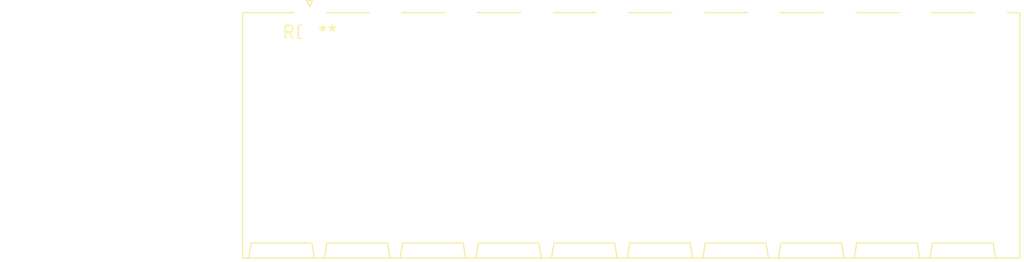
<source format=kicad_pcb>
(kicad_pcb (version 20240108) (generator pcbnew)
  (layers (0 "F.Cu" signal) (31 "B.Cu" signal) (34 "B.Paste" user) (35 "F.Paste" user) (36 "B.SilkS" user "B.Silkscreen") (37 "F.SilkS" user "F.Silkscreen") (38 "B.Mask" user) (39 "F.Mask" user) (44 "Edge.Cuts" user))
  (net 0 "")
  (footprint "PhoenixContact_SPT_5_10-H-7.5-ZB_1x10_P7.5mm_Horizontal" (layer "F.Cu") (at 0 0)
    (property "Reference" "REF**")
    (property "Value" "PhoenixContact_SPT_5_10-H-7.5-ZB_1x10_P7.5mm_Horizontal")
    (fp_line (start -6.66 -1.96) (end -1.6 -1.96) (layer "F.SilkS") (stroke (width 0.12)))
    (fp_line (start -6.66 22.41) (end -6.66 -1.96) (layer "F.SilkS") (stroke (width 0.12)))
    (fp_line (start -6.05 22.41) (end -5.8 20.91) (layer "F.SilkS") (stroke (width 0.12)))
    (fp_line (start -5.8 20.91) (end 0.2 20.91) (layer "F.SilkS") (stroke (width 0.12)))
    (fp_line (start -0.3 -3.15) (end 0 -2.55) (layer "F.SilkS") (stroke (width 0.12)))
    (fp_line (start -0.3 -3.15) (end 0.3 -3.15) (layer "F.SilkS") (stroke (width 0.12)))
    (fp_line (start 0.3 -3.15) (end 0 -2.55) (layer "F.SilkS") (stroke (width 0.12)))
    (fp_line (start 0.45 22.41) (end 0.2 20.91) (layer "F.SilkS") (stroke (width 0.12)))
    (fp_line (start 1.45 22.41) (end 1.7 20.91) (layer "F.SilkS") (stroke (width 0.12)))
    (fp_line (start 1.6 -1.96) (end 5.9 -1.96) (layer "F.SilkS") (stroke (width 0.12)))
    (fp_line (start 1.7 20.91) (end 7.7 20.91) (layer "F.SilkS") (stroke (width 0.12)))
    (fp_line (start 7.95 22.41) (end 7.7 20.91) (layer "F.SilkS") (stroke (width 0.12)))
    (fp_line (start 8.95 22.41) (end 9.2 20.91) (layer "F.SilkS") (stroke (width 0.12)))
    (fp_line (start 9.1 -1.96) (end 13.4 -1.96) (layer "F.SilkS") (stroke (width 0.12)))
    (fp_line (start 9.2 20.91) (end 15.2 20.91) (layer "F.SilkS") (stroke (width 0.12)))
    (fp_line (start 15.45 22.41) (end 15.2 20.91) (layer "F.SilkS") (stroke (width 0.12)))
    (fp_line (start 16.45 22.41) (end 16.7 20.91) (layer "F.SilkS") (stroke (width 0.12)))
    (fp_line (start 16.6 -1.96) (end 20.9 -1.96) (layer "F.SilkS") (stroke (width 0.12)))
    (fp_line (start 16.7 20.91) (end 22.7 20.91) (layer "F.SilkS") (stroke (width 0.12)))
    (fp_line (start 22.95 22.41) (end 22.7 20.91) (layer "F.SilkS") (stroke (width 0.12)))
    (fp_line (start 23.95 22.41) (end 24.2 20.91) (layer "F.SilkS") (stroke (width 0.12)))
    (fp_line (start 24.1 -1.96) (end 28.4 -1.96) (layer "F.SilkS") (stroke (width 0.12)))
    (fp_line (start 24.2 20.91) (end 30.2 20.91) (layer "F.SilkS") (stroke (width 0.12)))
    (fp_line (start 30.45 22.41) (end 30.2 20.91) (layer "F.SilkS") (stroke (width 0.12)))
    (fp_line (start 31.45 22.41) (end 31.7 20.91) (layer "F.SilkS") (stroke (width 0.12)))
    (fp_line (start 31.6 -1.96) (end 35.9 -1.96) (layer "F.SilkS") (stroke (width 0.12)))
    (fp_line (start 31.7 20.91) (end 37.7 20.91) (layer "F.SilkS") (stroke (width 0.12)))
    (fp_line (start 37.95 22.41) (end 37.7 20.91) (layer "F.SilkS") (stroke (width 0.12)))
    (fp_line (start 38.95 22.41) (end 39.2 20.91) (layer "F.SilkS") (stroke (width 0.12)))
    (fp_line (start 39.1 -1.96) (end 43.4 -1.96) (layer "F.SilkS") (stroke (width 0.12)))
    (fp_line (start 39.2 20.91) (end 45.2 20.91) (layer "F.SilkS") (stroke (width 0.12)))
    (fp_line (start 45.45 22.41) (end 45.2 20.91) (layer "F.SilkS") (stroke (width 0.12)))
    (fp_line (start 46.45 22.41) (end 46.7 20.91) (layer "F.SilkS") (stroke (width 0.12)))
    (fp_line (start 46.6 -1.96) (end 50.9 -1.96) (layer "F.SilkS") (stroke (width 0.12)))
    (fp_line (start 46.7 20.91) (end 52.7 20.91) (layer "F.SilkS") (stroke (width 0.12)))
    (fp_line (start 52.95 22.41) (end 52.7 20.91) (layer "F.SilkS") (stroke (width 0.12)))
    (fp_line (start 53.95 22.41) (end 54.2 20.91) (layer "F.SilkS") (stroke (width 0.12)))
    (fp_line (start 54.1 -1.96) (end 58.4 -1.96) (layer "F.SilkS") (stroke (width 0.12)))
    (fp_line (start 54.2 20.91) (end 60.2 20.91) (layer "F.SilkS") (stroke (width 0.12)))
    (fp_line (start 60.45 22.41) (end 60.2 20.91) (layer "F.SilkS") (stroke (width 0.12)))
    (fp_line (start 61.45 22.41) (end 61.7 20.91) (layer "F.SilkS") (stroke (width 0.12)))
    (fp_line (start 61.6 -1.96) (end 65.9 -1.96) (layer "F.SilkS") (stroke (width 0.12)))
    (fp_line (start 61.7 20.91) (end 67.7 20.91) (layer "F.SilkS") (stroke (width 0.12)))
    (fp_line (start 67.95 22.41) (end 67.7 20.91) (layer "F.SilkS") (stroke (width 0.12)))
    (fp_line (start 69.1 -1.96) (end 70.36 -1.96) (layer "F.SilkS") (stroke (width 0.12)))
    (fp_line (start 70.36 -1.96) (end 70.36 22.41) (layer "F.SilkS") (stroke (width 0.12)))
    (fp_line (start 70.36 22.41) (end -6.66 22.41) (layer "F.SilkS") (stroke (width 0.12)))
    (pad "1" thru_hole roundrect (at 0 0) (size 2.8 4.3) (drill 2.1) (layers *.Cu *.Mask) (remove_unused_layers) (roundrect_rratio 0.089286))
    (pad "2" thru_hole oval (at 7.5 13.2) (size 2.8 4.3) (drill 2.1) (layers *.Cu *.Mask) (remove_unused_layers))
    (pad "3" thru_hole oval (at 15 0) (size 2.8 4.3) (drill 2.1) (layers *.Cu *.Mask) (remove_unused_layers))
    (pad "4" thru_hole oval (at 22.5 13.2) (size 2.8 4.3) (drill 2.1) (layers *.Cu *.Mask) (remove_unused_layers))
    (pad "5" thru_hole oval (at 30 0) (size 2.8 4.3) (drill 2.1) (layers *.Cu *.Mask) (remove_unused_layers))
    (pad "6" thru_hole oval (at 37.5 13.2) (size 2.8 4.3) (drill 2.1) (layers *.Cu *.Mask) (remove_unused_layers))
    (pad "7" thru_hole oval (at 45 0) (size 2.8 4.3) (drill 2.1) (layers *.Cu *.Mask) (remove_unused_layers))
    (pad "8" thru_hole oval (at 52.5 13.2) (size 2.8 4.3) (drill 2.1) (layers *.Cu *.Mask) (remove_unused_layers))
    (pad "9" thru_hole oval (at 60 0) (size 2.8 4.3) (drill 2.1) (layers *.Cu *.Mask) (remove_unused_layers))
    (pad "10" thru_hole oval (at 67.5 13.2) (size 2.8 4.3) (drill 2.1) (layers *.Cu *.Mask) (remove_unused_layers))
  )
)
</source>
